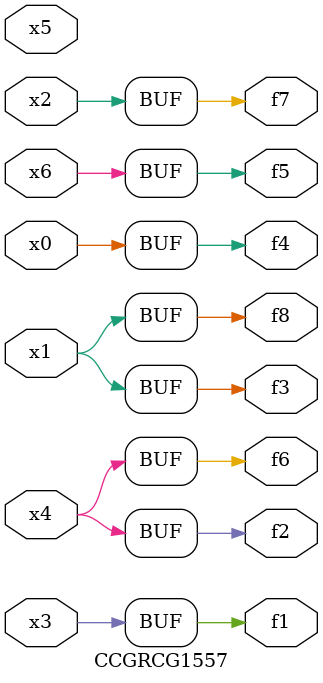
<source format=v>
module CCGRCG1557(
	input x0, x1, x2, x3, x4, x5, x6,
	output f1, f2, f3, f4, f5, f6, f7, f8
);
	assign f1 = x3;
	assign f2 = x4;
	assign f3 = x1;
	assign f4 = x0;
	assign f5 = x6;
	assign f6 = x4;
	assign f7 = x2;
	assign f8 = x1;
endmodule

</source>
